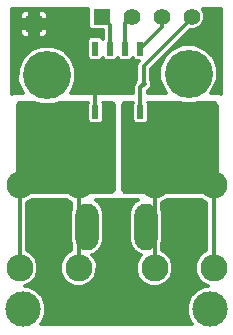
<source format=gtl>
G04 (created by PCBNEW (2013-07-07 BZR 4022)-stable) date 27/01/2015 12:48:55*
%MOIN*%
G04 Gerber Fmt 3.4, Leading zero omitted, Abs format*
%FSLAX34Y34*%
G01*
G70*
G90*
G04 APERTURE LIST*
%ADD10C,0.00590551*%
%ADD11C,0.16*%
%ADD12R,0.02X0.045*%
%ADD13C,0.1181*%
%ADD14R,0.055X0.055*%
%ADD15C,0.055*%
%ADD16R,0.035X0.055*%
%ADD17R,0.025X0.045*%
%ADD18C,0.09*%
%ADD19O,0.078X0.156*%
%ADD20C,0.02*%
%ADD21C,0.012*%
%ADD22C,0.008*%
%ADD23C,0.02*%
%ADD24C,0.01*%
G04 APERTURE END LIST*
G54D10*
G54D11*
X38928Y-25707D03*
X43650Y-25650D03*
G54D12*
X40541Y-24815D03*
X40541Y-26915D03*
X41041Y-24815D03*
X41541Y-24815D03*
X42041Y-24815D03*
X41041Y-26915D03*
X41541Y-26915D03*
X42041Y-26915D03*
G54D13*
X44360Y-33507D03*
X38140Y-33507D03*
X43927Y-28193D03*
X38573Y-28193D03*
G54D14*
X40750Y-23750D03*
G54D15*
X41750Y-23750D03*
X42750Y-23750D03*
X43750Y-23750D03*
G54D14*
X38500Y-24000D03*
X41750Y-29000D03*
G54D15*
X40750Y-29000D03*
G54D16*
X40916Y-27754D03*
X41666Y-27754D03*
G54D17*
X40991Y-27754D03*
X41591Y-27754D03*
G54D18*
X38015Y-32130D03*
X38015Y-29370D03*
X39985Y-29370D03*
X39985Y-32130D03*
X42515Y-32130D03*
X42515Y-29370D03*
X44485Y-29370D03*
X44485Y-32130D03*
G54D19*
X42240Y-30750D03*
X40270Y-30750D03*
G54D20*
X42150Y-26000D03*
X41250Y-30750D03*
X42590Y-26160D03*
G54D21*
X41541Y-24815D02*
X41541Y-23959D01*
X41541Y-23959D02*
X41750Y-23750D01*
X41041Y-24815D02*
X41041Y-24041D01*
X41041Y-24041D02*
X40750Y-23750D01*
G54D22*
X41041Y-24659D02*
X41041Y-24815D01*
G54D21*
X42750Y-23750D02*
X42750Y-24106D01*
X42750Y-24106D02*
X42041Y-24815D01*
X42515Y-29370D02*
X42515Y-30475D01*
X42515Y-30475D02*
X42240Y-30750D01*
X44485Y-29370D02*
X42515Y-29370D01*
X44485Y-32130D02*
X44485Y-29370D01*
X42515Y-32130D02*
X42515Y-29370D01*
X41750Y-29000D02*
X42145Y-29000D01*
X42145Y-29000D02*
X42515Y-29370D01*
G54D22*
X41541Y-26915D02*
X41541Y-28791D01*
X41541Y-28791D02*
X41750Y-29000D01*
G54D23*
X41541Y-26915D02*
X41541Y-27704D01*
X41541Y-27704D02*
X41591Y-27754D01*
X41591Y-27754D02*
X43488Y-27754D01*
X43488Y-27754D02*
X43927Y-28193D01*
G54D21*
X39985Y-29370D02*
X39985Y-30465D01*
X39985Y-30465D02*
X40270Y-30750D01*
X38015Y-29370D02*
X39985Y-29370D01*
X39985Y-32130D02*
X39985Y-29370D01*
X38015Y-32130D02*
X38015Y-29370D01*
X40750Y-29000D02*
X40355Y-29000D01*
X40355Y-29000D02*
X39985Y-29370D01*
G54D23*
X39012Y-27754D02*
X38573Y-28193D01*
X40991Y-27754D02*
X39012Y-27754D01*
X41041Y-27704D02*
X40991Y-27754D01*
X41041Y-26915D02*
X41041Y-27704D01*
G54D22*
X41041Y-26915D02*
X41041Y-28709D01*
X41041Y-28709D02*
X40750Y-29000D01*
G54D21*
X42150Y-26000D02*
X42150Y-25400D01*
X43750Y-23800D02*
X43750Y-23750D01*
X42150Y-25400D02*
X43750Y-23800D01*
X42041Y-26915D02*
X42041Y-26109D01*
X42041Y-26109D02*
X42150Y-26000D01*
X42560Y-26130D02*
X42590Y-26160D01*
X40541Y-26915D02*
X40541Y-25641D01*
X38900Y-24000D02*
X38500Y-24000D01*
X40541Y-25641D02*
X38900Y-24000D01*
G54D10*
G36*
X44587Y-29439D02*
X44574Y-29501D01*
X44542Y-29549D01*
X44494Y-29581D01*
X44432Y-29594D01*
X41573Y-29594D01*
X41511Y-29581D01*
X41463Y-29549D01*
X41431Y-29501D01*
X41419Y-29439D01*
X41419Y-26738D01*
X41431Y-26676D01*
X41463Y-26628D01*
X41511Y-26596D01*
X41573Y-26584D01*
X41806Y-26584D01*
X41796Y-26593D01*
X41771Y-26656D01*
X41770Y-26723D01*
X41770Y-27173D01*
X41796Y-27236D01*
X41844Y-27284D01*
X41907Y-27309D01*
X41974Y-27310D01*
X42174Y-27310D01*
X42237Y-27284D01*
X42285Y-27236D01*
X42310Y-27173D01*
X42311Y-27106D01*
X42311Y-26656D01*
X42285Y-26593D01*
X42275Y-26584D01*
X43369Y-26584D01*
X43456Y-26619D01*
X43842Y-26620D01*
X43929Y-26584D01*
X44432Y-26584D01*
X44494Y-26596D01*
X44542Y-26628D01*
X44574Y-26676D01*
X44587Y-26738D01*
X44587Y-29439D01*
X44587Y-29439D01*
G37*
G54D24*
X44587Y-29439D02*
X44574Y-29501D01*
X44542Y-29549D01*
X44494Y-29581D01*
X44432Y-29594D01*
X41573Y-29594D01*
X41511Y-29581D01*
X41463Y-29549D01*
X41431Y-29501D01*
X41419Y-29439D01*
X41419Y-26738D01*
X41431Y-26676D01*
X41463Y-26628D01*
X41511Y-26596D01*
X41573Y-26584D01*
X41806Y-26584D01*
X41796Y-26593D01*
X41771Y-26656D01*
X41770Y-26723D01*
X41770Y-27173D01*
X41796Y-27236D01*
X41844Y-27284D01*
X41907Y-27309D01*
X41974Y-27310D01*
X42174Y-27310D01*
X42237Y-27284D01*
X42285Y-27236D01*
X42310Y-27173D01*
X42311Y-27106D01*
X42311Y-26656D01*
X42285Y-26593D01*
X42275Y-26584D01*
X43369Y-26584D01*
X43456Y-26619D01*
X43842Y-26620D01*
X43929Y-26584D01*
X44432Y-26584D01*
X44494Y-26596D01*
X44542Y-26628D01*
X44574Y-26676D01*
X44587Y-26738D01*
X44587Y-29439D01*
G54D10*
G36*
X41162Y-29439D02*
X41149Y-29501D01*
X41117Y-29549D01*
X41069Y-29581D01*
X41007Y-29594D01*
X38069Y-29594D01*
X38007Y-29581D01*
X37959Y-29549D01*
X37927Y-29501D01*
X37915Y-29439D01*
X37915Y-26738D01*
X37927Y-26676D01*
X37959Y-26628D01*
X38007Y-26596D01*
X38069Y-26584D01*
X38510Y-26584D01*
X38734Y-26676D01*
X39120Y-26677D01*
X39345Y-26584D01*
X40306Y-26584D01*
X40296Y-26593D01*
X40271Y-26656D01*
X40270Y-26723D01*
X40270Y-27173D01*
X40296Y-27236D01*
X40344Y-27284D01*
X40407Y-27309D01*
X40474Y-27310D01*
X40674Y-27310D01*
X40737Y-27284D01*
X40785Y-27236D01*
X40810Y-27173D01*
X40811Y-27106D01*
X40811Y-26656D01*
X40785Y-26593D01*
X40775Y-26584D01*
X41007Y-26584D01*
X41069Y-26596D01*
X41117Y-26628D01*
X41149Y-26676D01*
X41162Y-26738D01*
X41162Y-29439D01*
X41162Y-29439D01*
G37*
G54D24*
X41162Y-29439D02*
X41149Y-29501D01*
X41117Y-29549D01*
X41069Y-29581D01*
X41007Y-29594D01*
X38069Y-29594D01*
X38007Y-29581D01*
X37959Y-29549D01*
X37927Y-29501D01*
X37915Y-29439D01*
X37915Y-26738D01*
X37927Y-26676D01*
X37959Y-26628D01*
X38007Y-26596D01*
X38069Y-26584D01*
X38510Y-26584D01*
X38734Y-26676D01*
X39120Y-26677D01*
X39345Y-26584D01*
X40306Y-26584D01*
X40296Y-26593D01*
X40271Y-26656D01*
X40270Y-26723D01*
X40270Y-27173D01*
X40296Y-27236D01*
X40344Y-27284D01*
X40407Y-27309D01*
X40474Y-27310D01*
X40674Y-27310D01*
X40737Y-27284D01*
X40785Y-27236D01*
X40810Y-27173D01*
X40811Y-27106D01*
X40811Y-26656D01*
X40785Y-26593D01*
X40775Y-26584D01*
X41007Y-26584D01*
X41069Y-26596D01*
X41117Y-26628D01*
X41149Y-26676D01*
X41162Y-26738D01*
X41162Y-29439D01*
G54D10*
G36*
X41990Y-25220D02*
X41980Y-25230D01*
X41928Y-25308D01*
X41910Y-25400D01*
X41910Y-25847D01*
X41872Y-25938D01*
X41871Y-25939D01*
X41819Y-26017D01*
X41801Y-26109D01*
X41801Y-26290D01*
X39731Y-26290D01*
X39758Y-26262D01*
X39907Y-25902D01*
X39908Y-25512D01*
X39759Y-25152D01*
X39483Y-24876D01*
X39123Y-24727D01*
X38953Y-24727D01*
X38953Y-24239D01*
X38953Y-23760D01*
X38953Y-23689D01*
X38925Y-23623D01*
X38875Y-23573D01*
X38810Y-23546D01*
X38682Y-23546D01*
X38637Y-23591D01*
X38637Y-23862D01*
X38908Y-23862D01*
X38953Y-23817D01*
X38953Y-23760D01*
X38953Y-24239D01*
X38953Y-24182D01*
X38908Y-24137D01*
X38637Y-24137D01*
X38637Y-24408D01*
X38682Y-24453D01*
X38810Y-24453D01*
X38875Y-24426D01*
X38925Y-24376D01*
X38953Y-24310D01*
X38953Y-24239D01*
X38953Y-24727D01*
X38733Y-24726D01*
X38373Y-24875D01*
X38362Y-24886D01*
X38362Y-24408D01*
X38362Y-24137D01*
X38362Y-23862D01*
X38362Y-23591D01*
X38317Y-23546D01*
X38189Y-23546D01*
X38124Y-23573D01*
X38074Y-23623D01*
X38046Y-23689D01*
X38046Y-23760D01*
X38046Y-23817D01*
X38091Y-23862D01*
X38362Y-23862D01*
X38362Y-24137D01*
X38091Y-24137D01*
X38046Y-24182D01*
X38046Y-24239D01*
X38046Y-24310D01*
X38074Y-24376D01*
X38124Y-24426D01*
X38189Y-24453D01*
X38317Y-24453D01*
X38362Y-24408D01*
X38362Y-24886D01*
X38097Y-25151D01*
X37948Y-25511D01*
X37947Y-25901D01*
X38096Y-26261D01*
X38125Y-26290D01*
X37894Y-26290D01*
X37800Y-26308D01*
X37755Y-26338D01*
X37755Y-23505D01*
X40294Y-23505D01*
X40294Y-23510D01*
X40294Y-24060D01*
X40322Y-24126D01*
X40372Y-24177D01*
X40439Y-24204D01*
X40510Y-24205D01*
X40801Y-24205D01*
X40801Y-24475D01*
X40790Y-24485D01*
X40743Y-24437D01*
X40676Y-24410D01*
X40605Y-24409D01*
X40405Y-24409D01*
X40339Y-24437D01*
X40288Y-24487D01*
X40261Y-24554D01*
X40260Y-24625D01*
X40260Y-25075D01*
X40288Y-25141D01*
X40338Y-25192D01*
X40405Y-25219D01*
X40476Y-25220D01*
X40676Y-25220D01*
X40742Y-25192D01*
X40791Y-25144D01*
X40838Y-25192D01*
X40905Y-25219D01*
X40976Y-25220D01*
X41176Y-25220D01*
X41242Y-25192D01*
X41291Y-25144D01*
X41338Y-25192D01*
X41405Y-25219D01*
X41476Y-25220D01*
X41676Y-25220D01*
X41742Y-25192D01*
X41791Y-25144D01*
X41838Y-25192D01*
X41905Y-25219D01*
X41976Y-25220D01*
X41990Y-25220D01*
X41990Y-25220D01*
G37*
G54D21*
X41990Y-25220D02*
X41980Y-25230D01*
X41928Y-25308D01*
X41910Y-25400D01*
X41910Y-25847D01*
X41872Y-25938D01*
X41871Y-25939D01*
X41819Y-26017D01*
X41801Y-26109D01*
X41801Y-26290D01*
X39731Y-26290D01*
X39758Y-26262D01*
X39907Y-25902D01*
X39908Y-25512D01*
X39759Y-25152D01*
X39483Y-24876D01*
X39123Y-24727D01*
X38953Y-24727D01*
X38953Y-24239D01*
X38953Y-23760D01*
X38953Y-23689D01*
X38925Y-23623D01*
X38875Y-23573D01*
X38810Y-23546D01*
X38682Y-23546D01*
X38637Y-23591D01*
X38637Y-23862D01*
X38908Y-23862D01*
X38953Y-23817D01*
X38953Y-23760D01*
X38953Y-24239D01*
X38953Y-24182D01*
X38908Y-24137D01*
X38637Y-24137D01*
X38637Y-24408D01*
X38682Y-24453D01*
X38810Y-24453D01*
X38875Y-24426D01*
X38925Y-24376D01*
X38953Y-24310D01*
X38953Y-24239D01*
X38953Y-24727D01*
X38733Y-24726D01*
X38373Y-24875D01*
X38362Y-24886D01*
X38362Y-24408D01*
X38362Y-24137D01*
X38362Y-23862D01*
X38362Y-23591D01*
X38317Y-23546D01*
X38189Y-23546D01*
X38124Y-23573D01*
X38074Y-23623D01*
X38046Y-23689D01*
X38046Y-23760D01*
X38046Y-23817D01*
X38091Y-23862D01*
X38362Y-23862D01*
X38362Y-24137D01*
X38091Y-24137D01*
X38046Y-24182D01*
X38046Y-24239D01*
X38046Y-24310D01*
X38074Y-24376D01*
X38124Y-24426D01*
X38189Y-24453D01*
X38317Y-24453D01*
X38362Y-24408D01*
X38362Y-24886D01*
X38097Y-25151D01*
X37948Y-25511D01*
X37947Y-25901D01*
X38096Y-26261D01*
X38125Y-26290D01*
X37894Y-26290D01*
X37800Y-26308D01*
X37755Y-26338D01*
X37755Y-23505D01*
X40294Y-23505D01*
X40294Y-23510D01*
X40294Y-24060D01*
X40322Y-24126D01*
X40372Y-24177D01*
X40439Y-24204D01*
X40510Y-24205D01*
X40801Y-24205D01*
X40801Y-24475D01*
X40790Y-24485D01*
X40743Y-24437D01*
X40676Y-24410D01*
X40605Y-24409D01*
X40405Y-24409D01*
X40339Y-24437D01*
X40288Y-24487D01*
X40261Y-24554D01*
X40260Y-24625D01*
X40260Y-25075D01*
X40288Y-25141D01*
X40338Y-25192D01*
X40405Y-25219D01*
X40476Y-25220D01*
X40676Y-25220D01*
X40742Y-25192D01*
X40791Y-25144D01*
X40838Y-25192D01*
X40905Y-25219D01*
X40976Y-25220D01*
X41176Y-25220D01*
X41242Y-25192D01*
X41291Y-25144D01*
X41338Y-25192D01*
X41405Y-25219D01*
X41476Y-25220D01*
X41676Y-25220D01*
X41742Y-25192D01*
X41791Y-25144D01*
X41838Y-25192D01*
X41905Y-25219D01*
X41976Y-25220D01*
X41990Y-25220D01*
G54D10*
G36*
X44302Y-32736D02*
X44207Y-32736D01*
X43924Y-32853D01*
X43707Y-33069D01*
X43589Y-33353D01*
X43589Y-33659D01*
X43706Y-33942D01*
X43758Y-33995D01*
X38741Y-33995D01*
X38792Y-33944D01*
X38910Y-33660D01*
X38910Y-33354D01*
X38793Y-33071D01*
X38577Y-32854D01*
X38293Y-32736D01*
X38196Y-32736D01*
X38371Y-32664D01*
X38548Y-32487D01*
X38644Y-32255D01*
X38645Y-32005D01*
X38549Y-31773D01*
X38372Y-31596D01*
X38255Y-31547D01*
X38255Y-29952D01*
X38371Y-29904D01*
X38415Y-29860D01*
X39583Y-29860D01*
X39627Y-29903D01*
X39745Y-29952D01*
X39745Y-30120D01*
X39743Y-30123D01*
X39700Y-30341D01*
X39700Y-31158D01*
X39743Y-31376D01*
X39745Y-31379D01*
X39745Y-31547D01*
X39628Y-31595D01*
X39451Y-31772D01*
X39355Y-32004D01*
X39354Y-32254D01*
X39450Y-32486D01*
X39627Y-32663D01*
X39859Y-32759D01*
X40109Y-32760D01*
X40341Y-32664D01*
X40518Y-32487D01*
X40614Y-32255D01*
X40615Y-32005D01*
X40519Y-31773D01*
X40440Y-31694D01*
X40488Y-31685D01*
X40673Y-31561D01*
X40796Y-31376D01*
X40840Y-31158D01*
X40840Y-30341D01*
X40796Y-30123D01*
X40673Y-29938D01*
X40556Y-29860D01*
X41953Y-29860D01*
X41836Y-29938D01*
X41713Y-30123D01*
X41670Y-30341D01*
X41670Y-31158D01*
X41713Y-31376D01*
X41836Y-31561D01*
X42021Y-31685D01*
X42060Y-31693D01*
X41981Y-31772D01*
X41885Y-32004D01*
X41884Y-32254D01*
X41980Y-32486D01*
X42157Y-32663D01*
X42389Y-32759D01*
X42639Y-32760D01*
X42871Y-32664D01*
X43048Y-32487D01*
X43144Y-32255D01*
X43145Y-32005D01*
X43049Y-31773D01*
X42872Y-31596D01*
X42755Y-31547D01*
X42755Y-31394D01*
X42766Y-31376D01*
X42810Y-31158D01*
X42810Y-30341D01*
X42766Y-30123D01*
X42755Y-30105D01*
X42755Y-29952D01*
X42871Y-29904D01*
X42915Y-29860D01*
X44083Y-29860D01*
X44127Y-29903D01*
X44245Y-29952D01*
X44245Y-31547D01*
X44128Y-31595D01*
X43951Y-31772D01*
X43855Y-32004D01*
X43854Y-32254D01*
X43950Y-32486D01*
X44127Y-32663D01*
X44302Y-32736D01*
X44302Y-32736D01*
G37*
G54D21*
X44302Y-32736D02*
X44207Y-32736D01*
X43924Y-32853D01*
X43707Y-33069D01*
X43589Y-33353D01*
X43589Y-33659D01*
X43706Y-33942D01*
X43758Y-33995D01*
X38741Y-33995D01*
X38792Y-33944D01*
X38910Y-33660D01*
X38910Y-33354D01*
X38793Y-33071D01*
X38577Y-32854D01*
X38293Y-32736D01*
X38196Y-32736D01*
X38371Y-32664D01*
X38548Y-32487D01*
X38644Y-32255D01*
X38645Y-32005D01*
X38549Y-31773D01*
X38372Y-31596D01*
X38255Y-31547D01*
X38255Y-29952D01*
X38371Y-29904D01*
X38415Y-29860D01*
X39583Y-29860D01*
X39627Y-29903D01*
X39745Y-29952D01*
X39745Y-30120D01*
X39743Y-30123D01*
X39700Y-30341D01*
X39700Y-31158D01*
X39743Y-31376D01*
X39745Y-31379D01*
X39745Y-31547D01*
X39628Y-31595D01*
X39451Y-31772D01*
X39355Y-32004D01*
X39354Y-32254D01*
X39450Y-32486D01*
X39627Y-32663D01*
X39859Y-32759D01*
X40109Y-32760D01*
X40341Y-32664D01*
X40518Y-32487D01*
X40614Y-32255D01*
X40615Y-32005D01*
X40519Y-31773D01*
X40440Y-31694D01*
X40488Y-31685D01*
X40673Y-31561D01*
X40796Y-31376D01*
X40840Y-31158D01*
X40840Y-30341D01*
X40796Y-30123D01*
X40673Y-29938D01*
X40556Y-29860D01*
X41953Y-29860D01*
X41836Y-29938D01*
X41713Y-30123D01*
X41670Y-30341D01*
X41670Y-31158D01*
X41713Y-31376D01*
X41836Y-31561D01*
X42021Y-31685D01*
X42060Y-31693D01*
X41981Y-31772D01*
X41885Y-32004D01*
X41884Y-32254D01*
X41980Y-32486D01*
X42157Y-32663D01*
X42389Y-32759D01*
X42639Y-32760D01*
X42871Y-32664D01*
X43048Y-32487D01*
X43144Y-32255D01*
X43145Y-32005D01*
X43049Y-31773D01*
X42872Y-31596D01*
X42755Y-31547D01*
X42755Y-31394D01*
X42766Y-31376D01*
X42810Y-31158D01*
X42810Y-30341D01*
X42766Y-30123D01*
X42755Y-30105D01*
X42755Y-29952D01*
X42871Y-29904D01*
X42915Y-29860D01*
X44083Y-29860D01*
X44127Y-29903D01*
X44245Y-29952D01*
X44245Y-31547D01*
X44128Y-31595D01*
X43951Y-31772D01*
X43855Y-32004D01*
X43854Y-32254D01*
X43950Y-32486D01*
X44127Y-32663D01*
X44302Y-32736D01*
G54D10*
G36*
X44745Y-26338D02*
X44699Y-26308D01*
X44605Y-26290D01*
X44396Y-26290D01*
X44480Y-26205D01*
X44629Y-25845D01*
X44630Y-25455D01*
X44481Y-25095D01*
X44205Y-24819D01*
X43845Y-24670D01*
X43455Y-24669D01*
X43095Y-24818D01*
X42819Y-25094D01*
X42670Y-25454D01*
X42669Y-25844D01*
X42818Y-26204D01*
X42904Y-26290D01*
X42281Y-26290D01*
X42281Y-26248D01*
X42308Y-26237D01*
X42387Y-26158D01*
X42429Y-26055D01*
X42430Y-25944D01*
X42390Y-25847D01*
X42390Y-25499D01*
X43684Y-24204D01*
X43840Y-24205D01*
X44007Y-24135D01*
X44135Y-24008D01*
X44204Y-23840D01*
X44205Y-23659D01*
X44141Y-23505D01*
X44745Y-23505D01*
X44745Y-26338D01*
X44745Y-26338D01*
G37*
G54D21*
X44745Y-26338D02*
X44699Y-26308D01*
X44605Y-26290D01*
X44396Y-26290D01*
X44480Y-26205D01*
X44629Y-25845D01*
X44630Y-25455D01*
X44481Y-25095D01*
X44205Y-24819D01*
X43845Y-24670D01*
X43455Y-24669D01*
X43095Y-24818D01*
X42819Y-25094D01*
X42670Y-25454D01*
X42669Y-25844D01*
X42818Y-26204D01*
X42904Y-26290D01*
X42281Y-26290D01*
X42281Y-26248D01*
X42308Y-26237D01*
X42387Y-26158D01*
X42429Y-26055D01*
X42430Y-25944D01*
X42390Y-25847D01*
X42390Y-25499D01*
X43684Y-24204D01*
X43840Y-24205D01*
X44007Y-24135D01*
X44135Y-24008D01*
X44204Y-23840D01*
X44205Y-23659D01*
X44141Y-23505D01*
X44745Y-23505D01*
X44745Y-26338D01*
M02*

</source>
